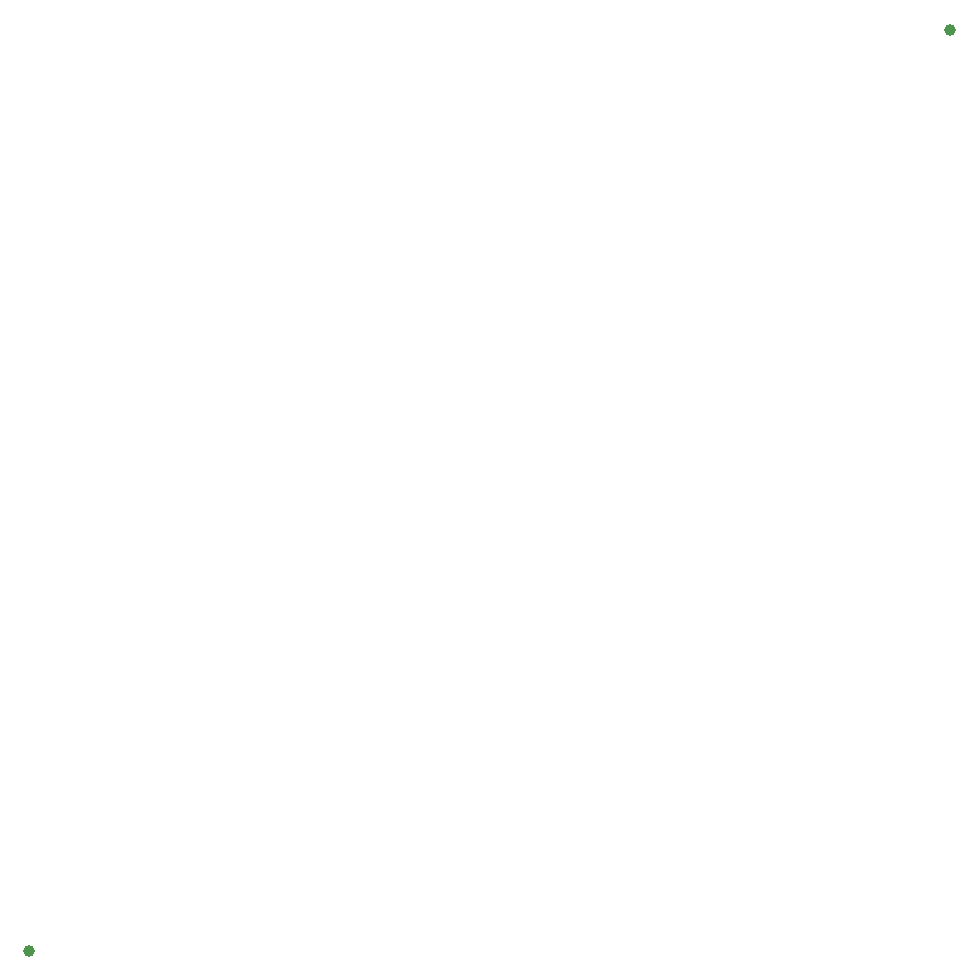
<source format=gbr>
G04 Examples for testing time performance of Gerber parsers*
%FSLAX26Y26*%
%MOMM*%
%ADD10C,1*%
%LPD*%
D10*
X0Y0D03*
X78000000Y78000000D03*
M02*

</source>
